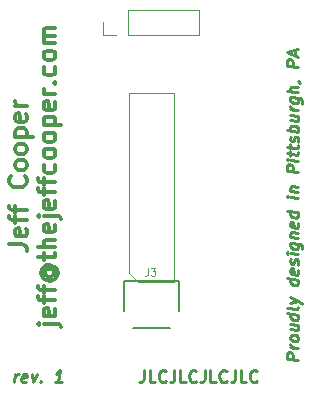
<source format=gbr>
%TF.GenerationSoftware,KiCad,Pcbnew,(5.99.0-8775-g06a515339c)*%
%TF.CreationDate,2021-02-12T19:43:07-05:00*%
%TF.ProjectId,backplate,6261636b-706c-4617-9465-2e6b69636164,rev?*%
%TF.SameCoordinates,Original*%
%TF.FileFunction,Legend,Top*%
%TF.FilePolarity,Positive*%
%FSLAX46Y46*%
G04 Gerber Fmt 4.6, Leading zero omitted, Abs format (unit mm)*
G04 Created by KiCad (PCBNEW (5.99.0-8775-g06a515339c)) date 2021-02-12 19:43:07*
%MOMM*%
%LPD*%
G01*
G04 APERTURE LIST*
%ADD10C,0.250000*%
%ADD11C,0.300000*%
%ADD12C,0.015000*%
%ADD13C,0.100000*%
%ADD14C,0.127000*%
%ADD15C,0.120000*%
G04 APERTURE END LIST*
D10*
X35380952Y-57452380D02*
X35380952Y-58166666D01*
X35333333Y-58309523D01*
X35238095Y-58404761D01*
X35095238Y-58452380D01*
X35000000Y-58452380D01*
X36333333Y-58452380D02*
X35857142Y-58452380D01*
X35857142Y-57452380D01*
X37238095Y-58357142D02*
X37190476Y-58404761D01*
X37047619Y-58452380D01*
X36952380Y-58452380D01*
X36809523Y-58404761D01*
X36714285Y-58309523D01*
X36666666Y-58214285D01*
X36619047Y-58023809D01*
X36619047Y-57880952D01*
X36666666Y-57690476D01*
X36714285Y-57595238D01*
X36809523Y-57500000D01*
X36952380Y-57452380D01*
X37047619Y-57452380D01*
X37190476Y-57500000D01*
X37238095Y-57547619D01*
X37952380Y-57452380D02*
X37952380Y-58166666D01*
X37904761Y-58309523D01*
X37809523Y-58404761D01*
X37666666Y-58452380D01*
X37571428Y-58452380D01*
X38904761Y-58452380D02*
X38428571Y-58452380D01*
X38428571Y-57452380D01*
X39809523Y-58357142D02*
X39761904Y-58404761D01*
X39619047Y-58452380D01*
X39523809Y-58452380D01*
X39380952Y-58404761D01*
X39285714Y-58309523D01*
X39238095Y-58214285D01*
X39190476Y-58023809D01*
X39190476Y-57880952D01*
X39238095Y-57690476D01*
X39285714Y-57595238D01*
X39380952Y-57500000D01*
X39523809Y-57452380D01*
X39619047Y-57452380D01*
X39761904Y-57500000D01*
X39809523Y-57547619D01*
X40523809Y-57452380D02*
X40523809Y-58166666D01*
X40476190Y-58309523D01*
X40380952Y-58404761D01*
X40238095Y-58452380D01*
X40142857Y-58452380D01*
X41476190Y-58452380D02*
X41000000Y-58452380D01*
X41000000Y-57452380D01*
X42380952Y-58357142D02*
X42333333Y-58404761D01*
X42190476Y-58452380D01*
X42095238Y-58452380D01*
X41952380Y-58404761D01*
X41857142Y-58309523D01*
X41809523Y-58214285D01*
X41761904Y-58023809D01*
X41761904Y-57880952D01*
X41809523Y-57690476D01*
X41857142Y-57595238D01*
X41952380Y-57500000D01*
X42095238Y-57452380D01*
X42190476Y-57452380D01*
X42333333Y-57500000D01*
X42380952Y-57547619D01*
X43095238Y-57452380D02*
X43095238Y-58166666D01*
X43047619Y-58309523D01*
X42952380Y-58404761D01*
X42809523Y-58452380D01*
X42714285Y-58452380D01*
X44047619Y-58452380D02*
X43571428Y-58452380D01*
X43571428Y-57452380D01*
X44952380Y-58357142D02*
X44904761Y-58404761D01*
X44761904Y-58452380D01*
X44666666Y-58452380D01*
X44523809Y-58404761D01*
X44428571Y-58309523D01*
X44380952Y-58214285D01*
X44333333Y-58023809D01*
X44333333Y-57880952D01*
X44380952Y-57690476D01*
X44428571Y-57595238D01*
X44523809Y-57500000D01*
X44666666Y-57452380D01*
X44761904Y-57452380D01*
X44904761Y-57500000D01*
X44952380Y-57547619D01*
X24406547Y-58452380D02*
X24489880Y-57785714D01*
X24466071Y-57976190D02*
X24525595Y-57880952D01*
X24579166Y-57833333D01*
X24680357Y-57785714D01*
X24775595Y-57785714D01*
X25412500Y-58404761D02*
X25311309Y-58452380D01*
X25120833Y-58452380D01*
X25031547Y-58404761D01*
X24995833Y-58309523D01*
X25043452Y-57928571D01*
X25102976Y-57833333D01*
X25204166Y-57785714D01*
X25394642Y-57785714D01*
X25483928Y-57833333D01*
X25519642Y-57928571D01*
X25507738Y-58023809D01*
X25019642Y-58119047D01*
X25870833Y-57785714D02*
X26025595Y-58452380D01*
X26347023Y-57785714D01*
X26656547Y-58357142D02*
X26698214Y-58404761D01*
X26644642Y-58452380D01*
X26602976Y-58404761D01*
X26656547Y-58357142D01*
X26644642Y-58452380D01*
X28406547Y-58452380D02*
X27835119Y-58452380D01*
X28120833Y-58452380D02*
X28245833Y-57452380D01*
X28132738Y-57595238D01*
X28025595Y-57690476D01*
X27924404Y-57738095D01*
X48452380Y-56593452D02*
X47452380Y-56468452D01*
X47452380Y-56087500D01*
X47500000Y-55998214D01*
X47547619Y-55956547D01*
X47642857Y-55920833D01*
X47785714Y-55938690D01*
X47880952Y-55998214D01*
X47928571Y-56051785D01*
X47976190Y-56152976D01*
X47976190Y-56533928D01*
X48452380Y-55593452D02*
X47785714Y-55510119D01*
X47976190Y-55533928D02*
X47880952Y-55474404D01*
X47833333Y-55420833D01*
X47785714Y-55319642D01*
X47785714Y-55224404D01*
X48452380Y-54831547D02*
X48404761Y-54920833D01*
X48357142Y-54962500D01*
X48261904Y-54998214D01*
X47976190Y-54962500D01*
X47880952Y-54902976D01*
X47833333Y-54849404D01*
X47785714Y-54748214D01*
X47785714Y-54605357D01*
X47833333Y-54516071D01*
X47880952Y-54474404D01*
X47976190Y-54438690D01*
X48261904Y-54474404D01*
X48357142Y-54533928D01*
X48404761Y-54587500D01*
X48452380Y-54688690D01*
X48452380Y-54831547D01*
X47785714Y-53557738D02*
X48452380Y-53641071D01*
X47785714Y-53986309D02*
X48309523Y-54051785D01*
X48404761Y-54016071D01*
X48452380Y-53926785D01*
X48452380Y-53783928D01*
X48404761Y-53682738D01*
X48357142Y-53629166D01*
X48452380Y-52736309D02*
X47452380Y-52611309D01*
X48404761Y-52730357D02*
X48452380Y-52831547D01*
X48452380Y-53022023D01*
X48404761Y-53111309D01*
X48357142Y-53152976D01*
X48261904Y-53188690D01*
X47976190Y-53152976D01*
X47880952Y-53093452D01*
X47833333Y-53039880D01*
X47785714Y-52938690D01*
X47785714Y-52748214D01*
X47833333Y-52658928D01*
X48452380Y-52117261D02*
X48404761Y-52206547D01*
X48309523Y-52242261D01*
X47452380Y-52135119D01*
X47785714Y-51748214D02*
X48452380Y-51593452D01*
X47785714Y-51272023D02*
X48452380Y-51593452D01*
X48690476Y-51718452D01*
X48738095Y-51772023D01*
X48785714Y-51873214D01*
X48452380Y-49783928D02*
X47452380Y-49658928D01*
X48404761Y-49777976D02*
X48452380Y-49879166D01*
X48452380Y-50069642D01*
X48404761Y-50158928D01*
X48357142Y-50200595D01*
X48261904Y-50236309D01*
X47976190Y-50200595D01*
X47880952Y-50141071D01*
X47833333Y-50087500D01*
X47785714Y-49986309D01*
X47785714Y-49795833D01*
X47833333Y-49706547D01*
X48404761Y-48920833D02*
X48452380Y-49022023D01*
X48452380Y-49212500D01*
X48404761Y-49301785D01*
X48309523Y-49337500D01*
X47928571Y-49289880D01*
X47833333Y-49230357D01*
X47785714Y-49129166D01*
X47785714Y-48938690D01*
X47833333Y-48849404D01*
X47928571Y-48813690D01*
X48023809Y-48825595D01*
X48119047Y-49313690D01*
X48404761Y-48492261D02*
X48452380Y-48402976D01*
X48452380Y-48212500D01*
X48404761Y-48111309D01*
X48309523Y-48051785D01*
X48261904Y-48045833D01*
X48166666Y-48081547D01*
X48119047Y-48170833D01*
X48119047Y-48313690D01*
X48071428Y-48402976D01*
X47976190Y-48438690D01*
X47928571Y-48432738D01*
X47833333Y-48373214D01*
X47785714Y-48272023D01*
X47785714Y-48129166D01*
X47833333Y-48039880D01*
X48452380Y-47641071D02*
X47785714Y-47557738D01*
X47452380Y-47516071D02*
X47500000Y-47569642D01*
X47547619Y-47527976D01*
X47500000Y-47474404D01*
X47452380Y-47516071D01*
X47547619Y-47527976D01*
X47785714Y-46652976D02*
X48595238Y-46754166D01*
X48690476Y-46813690D01*
X48738095Y-46867261D01*
X48785714Y-46968452D01*
X48785714Y-47111309D01*
X48738095Y-47200595D01*
X48404761Y-46730357D02*
X48452380Y-46831547D01*
X48452380Y-47022023D01*
X48404761Y-47111309D01*
X48357142Y-47152976D01*
X48261904Y-47188690D01*
X47976190Y-47152976D01*
X47880952Y-47093452D01*
X47833333Y-47039880D01*
X47785714Y-46938690D01*
X47785714Y-46748214D01*
X47833333Y-46658928D01*
X47785714Y-46176785D02*
X48452380Y-46260119D01*
X47880952Y-46188690D02*
X47833333Y-46135119D01*
X47785714Y-46033928D01*
X47785714Y-45891071D01*
X47833333Y-45801785D01*
X47928571Y-45766071D01*
X48452380Y-45831547D01*
X48404761Y-44968452D02*
X48452380Y-45069642D01*
X48452380Y-45260119D01*
X48404761Y-45349404D01*
X48309523Y-45385119D01*
X47928571Y-45337500D01*
X47833333Y-45277976D01*
X47785714Y-45176785D01*
X47785714Y-44986309D01*
X47833333Y-44897023D01*
X47928571Y-44861309D01*
X48023809Y-44873214D01*
X48119047Y-45361309D01*
X48452380Y-44069642D02*
X47452380Y-43944642D01*
X48404761Y-44063690D02*
X48452380Y-44164880D01*
X48452380Y-44355357D01*
X48404761Y-44444642D01*
X48357142Y-44486309D01*
X48261904Y-44522023D01*
X47976190Y-44486309D01*
X47880952Y-44426785D01*
X47833333Y-44373214D01*
X47785714Y-44272023D01*
X47785714Y-44081547D01*
X47833333Y-43992261D01*
X48452380Y-42831547D02*
X47785714Y-42748214D01*
X47452380Y-42706547D02*
X47500000Y-42760119D01*
X47547619Y-42718452D01*
X47500000Y-42664880D01*
X47452380Y-42706547D01*
X47547619Y-42718452D01*
X47785714Y-42272023D02*
X48452380Y-42355357D01*
X47880952Y-42283928D02*
X47833333Y-42230357D01*
X47785714Y-42129166D01*
X47785714Y-41986309D01*
X47833333Y-41897023D01*
X47928571Y-41861309D01*
X48452380Y-41926785D01*
X48452380Y-40688690D02*
X47452380Y-40563690D01*
X47452380Y-40182738D01*
X47500000Y-40093452D01*
X47547619Y-40051785D01*
X47642857Y-40016071D01*
X47785714Y-40033928D01*
X47880952Y-40093452D01*
X47928571Y-40147023D01*
X47976190Y-40248214D01*
X47976190Y-40629166D01*
X48452380Y-39688690D02*
X47785714Y-39605357D01*
X47452380Y-39563690D02*
X47500000Y-39617261D01*
X47547619Y-39575595D01*
X47500000Y-39522023D01*
X47452380Y-39563690D01*
X47547619Y-39575595D01*
X47785714Y-39272023D02*
X47785714Y-38891071D01*
X47452380Y-39087500D02*
X48309523Y-39194642D01*
X48404761Y-39158928D01*
X48452380Y-39069642D01*
X48452380Y-38974404D01*
X47785714Y-38700595D02*
X47785714Y-38319642D01*
X47452380Y-38516071D02*
X48309523Y-38623214D01*
X48404761Y-38587500D01*
X48452380Y-38498214D01*
X48452380Y-38402976D01*
X48404761Y-38111309D02*
X48452380Y-38022023D01*
X48452380Y-37831547D01*
X48404761Y-37730357D01*
X48309523Y-37670833D01*
X48261904Y-37664880D01*
X48166666Y-37700595D01*
X48119047Y-37789880D01*
X48119047Y-37932738D01*
X48071428Y-38022023D01*
X47976190Y-38057738D01*
X47928571Y-38051785D01*
X47833333Y-37992261D01*
X47785714Y-37891071D01*
X47785714Y-37748214D01*
X47833333Y-37658928D01*
X48452380Y-37260119D02*
X47452380Y-37135119D01*
X47833333Y-37182738D02*
X47785714Y-37081547D01*
X47785714Y-36891071D01*
X47833333Y-36801785D01*
X47880952Y-36760119D01*
X47976190Y-36724404D01*
X48261904Y-36760119D01*
X48357142Y-36819642D01*
X48404761Y-36873214D01*
X48452380Y-36974404D01*
X48452380Y-37164880D01*
X48404761Y-37254166D01*
X47785714Y-35843452D02*
X48452380Y-35926785D01*
X47785714Y-36272023D02*
X48309523Y-36337500D01*
X48404761Y-36301785D01*
X48452380Y-36212500D01*
X48452380Y-36069642D01*
X48404761Y-35968452D01*
X48357142Y-35914880D01*
X48452380Y-35450595D02*
X47785714Y-35367261D01*
X47976190Y-35391071D02*
X47880952Y-35331547D01*
X47833333Y-35277976D01*
X47785714Y-35176785D01*
X47785714Y-35081547D01*
X47785714Y-34319642D02*
X48595238Y-34420833D01*
X48690476Y-34480357D01*
X48738095Y-34533928D01*
X48785714Y-34635119D01*
X48785714Y-34777976D01*
X48738095Y-34867261D01*
X48404761Y-34397023D02*
X48452380Y-34498214D01*
X48452380Y-34688690D01*
X48404761Y-34777976D01*
X48357142Y-34819642D01*
X48261904Y-34855357D01*
X47976190Y-34819642D01*
X47880952Y-34760119D01*
X47833333Y-34706547D01*
X47785714Y-34605357D01*
X47785714Y-34414880D01*
X47833333Y-34325595D01*
X48452380Y-33926785D02*
X47452380Y-33801785D01*
X48452380Y-33498214D02*
X47928571Y-33432738D01*
X47833333Y-33468452D01*
X47785714Y-33557738D01*
X47785714Y-33700595D01*
X47833333Y-33801785D01*
X47880952Y-33855357D01*
X48404761Y-32968452D02*
X48452380Y-32974404D01*
X48547619Y-33033928D01*
X48595238Y-33087500D01*
X48452380Y-31783928D02*
X47452380Y-31658928D01*
X47452380Y-31277976D01*
X47500000Y-31188690D01*
X47547619Y-31147023D01*
X47642857Y-31111309D01*
X47785714Y-31129166D01*
X47880952Y-31188690D01*
X47928571Y-31242261D01*
X47976190Y-31343452D01*
X47976190Y-31724404D01*
X48166666Y-30795833D02*
X48166666Y-30319642D01*
X48452380Y-30926785D02*
X47452380Y-30468452D01*
X48452380Y-30260119D01*
D11*
X23971071Y-46750000D02*
X25042500Y-46750000D01*
X25256785Y-46821428D01*
X25399642Y-46964285D01*
X25471071Y-47178571D01*
X25471071Y-47321428D01*
X25399642Y-45464285D02*
X25471071Y-45607142D01*
X25471071Y-45892857D01*
X25399642Y-46035714D01*
X25256785Y-46107142D01*
X24685357Y-46107142D01*
X24542500Y-46035714D01*
X24471071Y-45892857D01*
X24471071Y-45607142D01*
X24542500Y-45464285D01*
X24685357Y-45392857D01*
X24828214Y-45392857D01*
X24971071Y-46107142D01*
X24471071Y-44964285D02*
X24471071Y-44392857D01*
X25471071Y-44750000D02*
X24185357Y-44750000D01*
X24042500Y-44678571D01*
X23971071Y-44535714D01*
X23971071Y-44392857D01*
X24471071Y-44107142D02*
X24471071Y-43535714D01*
X25471071Y-43892857D02*
X24185357Y-43892857D01*
X24042500Y-43821428D01*
X23971071Y-43678571D01*
X23971071Y-43535714D01*
X25328214Y-41035714D02*
X25399642Y-41107142D01*
X25471071Y-41321428D01*
X25471071Y-41464285D01*
X25399642Y-41678571D01*
X25256785Y-41821428D01*
X25113928Y-41892857D01*
X24828214Y-41964285D01*
X24613928Y-41964285D01*
X24328214Y-41892857D01*
X24185357Y-41821428D01*
X24042500Y-41678571D01*
X23971071Y-41464285D01*
X23971071Y-41321428D01*
X24042500Y-41107142D01*
X24113928Y-41035714D01*
X25471071Y-40178571D02*
X25399642Y-40321428D01*
X25328214Y-40392857D01*
X25185357Y-40464285D01*
X24756785Y-40464285D01*
X24613928Y-40392857D01*
X24542500Y-40321428D01*
X24471071Y-40178571D01*
X24471071Y-39964285D01*
X24542500Y-39821428D01*
X24613928Y-39750000D01*
X24756785Y-39678571D01*
X25185357Y-39678571D01*
X25328214Y-39750000D01*
X25399642Y-39821428D01*
X25471071Y-39964285D01*
X25471071Y-40178571D01*
X25471071Y-38821428D02*
X25399642Y-38964285D01*
X25328214Y-39035714D01*
X25185357Y-39107142D01*
X24756785Y-39107142D01*
X24613928Y-39035714D01*
X24542500Y-38964285D01*
X24471071Y-38821428D01*
X24471071Y-38607142D01*
X24542500Y-38464285D01*
X24613928Y-38392857D01*
X24756785Y-38321428D01*
X25185357Y-38321428D01*
X25328214Y-38392857D01*
X25399642Y-38464285D01*
X25471071Y-38607142D01*
X25471071Y-38821428D01*
X24471071Y-37678571D02*
X25971071Y-37678571D01*
X24542500Y-37678571D02*
X24471071Y-37535714D01*
X24471071Y-37250000D01*
X24542500Y-37107142D01*
X24613928Y-37035714D01*
X24756785Y-36964285D01*
X25185357Y-36964285D01*
X25328214Y-37035714D01*
X25399642Y-37107142D01*
X25471071Y-37250000D01*
X25471071Y-37535714D01*
X25399642Y-37678571D01*
X25399642Y-35750000D02*
X25471071Y-35892857D01*
X25471071Y-36178571D01*
X25399642Y-36321428D01*
X25256785Y-36392857D01*
X24685357Y-36392857D01*
X24542500Y-36321428D01*
X24471071Y-36178571D01*
X24471071Y-35892857D01*
X24542500Y-35750000D01*
X24685357Y-35678571D01*
X24828214Y-35678571D01*
X24971071Y-36392857D01*
X25471071Y-35035714D02*
X24471071Y-35035714D01*
X24756785Y-35035714D02*
X24613928Y-34964285D01*
X24542500Y-34892857D01*
X24471071Y-34750000D01*
X24471071Y-34607142D01*
X26886071Y-53535714D02*
X28171785Y-53535714D01*
X28314642Y-53607142D01*
X28386071Y-53750000D01*
X28386071Y-53821428D01*
X26386071Y-53535714D02*
X26457500Y-53607142D01*
X26528928Y-53535714D01*
X26457500Y-53464285D01*
X26386071Y-53535714D01*
X26528928Y-53535714D01*
X27814642Y-52250000D02*
X27886071Y-52392857D01*
X27886071Y-52678571D01*
X27814642Y-52821428D01*
X27671785Y-52892857D01*
X27100357Y-52892857D01*
X26957500Y-52821428D01*
X26886071Y-52678571D01*
X26886071Y-52392857D01*
X26957500Y-52250000D01*
X27100357Y-52178571D01*
X27243214Y-52178571D01*
X27386071Y-52892857D01*
X26886071Y-51750000D02*
X26886071Y-51178571D01*
X27886071Y-51535714D02*
X26600357Y-51535714D01*
X26457500Y-51464285D01*
X26386071Y-51321428D01*
X26386071Y-51178571D01*
X26886071Y-50892857D02*
X26886071Y-50321428D01*
X27886071Y-50678571D02*
X26600357Y-50678571D01*
X26457500Y-50607142D01*
X26386071Y-50464285D01*
X26386071Y-50321428D01*
X27171785Y-48892857D02*
X27100357Y-48964285D01*
X27028928Y-49107142D01*
X27028928Y-49250000D01*
X27100357Y-49392857D01*
X27171785Y-49464285D01*
X27314642Y-49535714D01*
X27457500Y-49535714D01*
X27600357Y-49464285D01*
X27671785Y-49392857D01*
X27743214Y-49250000D01*
X27743214Y-49107142D01*
X27671785Y-48964285D01*
X27600357Y-48892857D01*
X27028928Y-48892857D02*
X27600357Y-48892857D01*
X27671785Y-48821428D01*
X27671785Y-48750000D01*
X27600357Y-48607142D01*
X27457500Y-48535714D01*
X27100357Y-48535714D01*
X26886071Y-48678571D01*
X26743214Y-48892857D01*
X26671785Y-49178571D01*
X26743214Y-49464285D01*
X26886071Y-49678571D01*
X27100357Y-49821428D01*
X27386071Y-49892857D01*
X27671785Y-49821428D01*
X27886071Y-49678571D01*
X28028928Y-49464285D01*
X28100357Y-49178571D01*
X28028928Y-48892857D01*
X27886071Y-48678571D01*
X26886071Y-48107142D02*
X26886071Y-47535714D01*
X26386071Y-47892857D02*
X27671785Y-47892857D01*
X27814642Y-47821428D01*
X27886071Y-47678571D01*
X27886071Y-47535714D01*
X27886071Y-47035714D02*
X26386071Y-47035714D01*
X27886071Y-46392857D02*
X27100357Y-46392857D01*
X26957500Y-46464285D01*
X26886071Y-46607142D01*
X26886071Y-46821428D01*
X26957500Y-46964285D01*
X27028928Y-47035714D01*
X27814642Y-45107142D02*
X27886071Y-45250000D01*
X27886071Y-45535714D01*
X27814642Y-45678571D01*
X27671785Y-45750000D01*
X27100357Y-45750000D01*
X26957500Y-45678571D01*
X26886071Y-45535714D01*
X26886071Y-45250000D01*
X26957500Y-45107142D01*
X27100357Y-45035714D01*
X27243214Y-45035714D01*
X27386071Y-45750000D01*
X26886071Y-44392857D02*
X28171785Y-44392857D01*
X28314642Y-44464285D01*
X28386071Y-44607142D01*
X28386071Y-44678571D01*
X26386071Y-44392857D02*
X26457500Y-44464285D01*
X26528928Y-44392857D01*
X26457500Y-44321428D01*
X26386071Y-44392857D01*
X26528928Y-44392857D01*
X27814642Y-43107142D02*
X27886071Y-43250000D01*
X27886071Y-43535714D01*
X27814642Y-43678571D01*
X27671785Y-43750000D01*
X27100357Y-43750000D01*
X26957500Y-43678571D01*
X26886071Y-43535714D01*
X26886071Y-43250000D01*
X26957500Y-43107142D01*
X27100357Y-43035714D01*
X27243214Y-43035714D01*
X27386071Y-43750000D01*
X26886071Y-42607142D02*
X26886071Y-42035714D01*
X27886071Y-42392857D02*
X26600357Y-42392857D01*
X26457500Y-42321428D01*
X26386071Y-42178571D01*
X26386071Y-42035714D01*
X26886071Y-41750000D02*
X26886071Y-41178571D01*
X27886071Y-41535714D02*
X26600357Y-41535714D01*
X26457500Y-41464285D01*
X26386071Y-41321428D01*
X26386071Y-41178571D01*
X27814642Y-40035714D02*
X27886071Y-40178571D01*
X27886071Y-40464285D01*
X27814642Y-40607142D01*
X27743214Y-40678571D01*
X27600357Y-40750000D01*
X27171785Y-40750000D01*
X27028928Y-40678571D01*
X26957500Y-40607142D01*
X26886071Y-40464285D01*
X26886071Y-40178571D01*
X26957500Y-40035714D01*
X27886071Y-39178571D02*
X27814642Y-39321428D01*
X27743214Y-39392857D01*
X27600357Y-39464285D01*
X27171785Y-39464285D01*
X27028928Y-39392857D01*
X26957500Y-39321428D01*
X26886071Y-39178571D01*
X26886071Y-38964285D01*
X26957500Y-38821428D01*
X27028928Y-38750000D01*
X27171785Y-38678571D01*
X27600357Y-38678571D01*
X27743214Y-38750000D01*
X27814642Y-38821428D01*
X27886071Y-38964285D01*
X27886071Y-39178571D01*
X27886071Y-37821428D02*
X27814642Y-37964285D01*
X27743214Y-38035714D01*
X27600357Y-38107142D01*
X27171785Y-38107142D01*
X27028928Y-38035714D01*
X26957500Y-37964285D01*
X26886071Y-37821428D01*
X26886071Y-37607142D01*
X26957500Y-37464285D01*
X27028928Y-37392857D01*
X27171785Y-37321428D01*
X27600357Y-37321428D01*
X27743214Y-37392857D01*
X27814642Y-37464285D01*
X27886071Y-37607142D01*
X27886071Y-37821428D01*
X26886071Y-36678571D02*
X28386071Y-36678571D01*
X26957500Y-36678571D02*
X26886071Y-36535714D01*
X26886071Y-36250000D01*
X26957500Y-36107142D01*
X27028928Y-36035714D01*
X27171785Y-35964285D01*
X27600357Y-35964285D01*
X27743214Y-36035714D01*
X27814642Y-36107142D01*
X27886071Y-36250000D01*
X27886071Y-36535714D01*
X27814642Y-36678571D01*
X27814642Y-34750000D02*
X27886071Y-34892857D01*
X27886071Y-35178571D01*
X27814642Y-35321428D01*
X27671785Y-35392857D01*
X27100357Y-35392857D01*
X26957500Y-35321428D01*
X26886071Y-35178571D01*
X26886071Y-34892857D01*
X26957500Y-34750000D01*
X27100357Y-34678571D01*
X27243214Y-34678571D01*
X27386071Y-35392857D01*
X27886071Y-34035714D02*
X26886071Y-34035714D01*
X27171785Y-34035714D02*
X27028928Y-33964285D01*
X26957500Y-33892857D01*
X26886071Y-33750000D01*
X26886071Y-33607142D01*
X27743214Y-33107142D02*
X27814642Y-33035714D01*
X27886071Y-33107142D01*
X27814642Y-33178571D01*
X27743214Y-33107142D01*
X27886071Y-33107142D01*
X27814642Y-31750000D02*
X27886071Y-31892857D01*
X27886071Y-32178571D01*
X27814642Y-32321428D01*
X27743214Y-32392857D01*
X27600357Y-32464285D01*
X27171785Y-32464285D01*
X27028928Y-32392857D01*
X26957500Y-32321428D01*
X26886071Y-32178571D01*
X26886071Y-31892857D01*
X26957500Y-31750000D01*
X27886071Y-30892857D02*
X27814642Y-31035714D01*
X27743214Y-31107142D01*
X27600357Y-31178571D01*
X27171785Y-31178571D01*
X27028928Y-31107142D01*
X26957500Y-31035714D01*
X26886071Y-30892857D01*
X26886071Y-30678571D01*
X26957500Y-30535714D01*
X27028928Y-30464285D01*
X27171785Y-30392857D01*
X27600357Y-30392857D01*
X27743214Y-30464285D01*
X27814642Y-30535714D01*
X27886071Y-30678571D01*
X27886071Y-30892857D01*
X27886071Y-29750000D02*
X26886071Y-29750000D01*
X27028928Y-29750000D02*
X26957500Y-29678571D01*
X26886071Y-29535714D01*
X26886071Y-29321428D01*
X26957500Y-29178571D01*
X27100357Y-29107142D01*
X27886071Y-29107142D01*
X27100357Y-29107142D02*
X26957500Y-29035714D01*
X26886071Y-28892857D01*
X26886071Y-28678571D01*
X26957500Y-28535714D01*
X27100357Y-28464285D01*
X27886071Y-28464285D01*
D12*
%TO.C,J3*%
X35718666Y-48793123D02*
X35718666Y-49250266D01*
X35688190Y-49341695D01*
X35627238Y-49402647D01*
X35535809Y-49433123D01*
X35474857Y-49433123D01*
X35962476Y-48793123D02*
X36358666Y-48793123D01*
X36145333Y-49036933D01*
X36236761Y-49036933D01*
X36297714Y-49067409D01*
X36328190Y-49097885D01*
X36358666Y-49158838D01*
X36358666Y-49311219D01*
X36328190Y-49372171D01*
X36297714Y-49402647D01*
X36236761Y-49433123D01*
X36053904Y-49433123D01*
X35992952Y-49402647D01*
X35962476Y-49372171D01*
D13*
X34450000Y-49450000D02*
G75*
G03*
X34450000Y-49450000I-50000J0D01*
G01*
D14*
X34430000Y-53900000D02*
X37570000Y-53900000D01*
X33650000Y-49900000D02*
X33650000Y-52430000D01*
X38350000Y-49900000D02*
X38350000Y-52430000D01*
X33650000Y-49900000D02*
X38350000Y-49900000D01*
D15*
%TO.C,J1*%
X34900000Y-50000000D02*
X34100000Y-49200000D01*
X34100000Y-49200000D02*
X34100000Y-34000000D01*
X37900000Y-34000000D02*
X37900000Y-50000000D01*
X34100000Y-34000000D02*
X37900000Y-34000000D01*
X37900000Y-50000000D02*
X34900000Y-50000000D01*
%TO.C,J2*%
X31940000Y-29060000D02*
X31940000Y-28000000D01*
X33000000Y-29060000D02*
X31940000Y-29060000D01*
X34000000Y-29060000D02*
X34000000Y-26940000D01*
X34000000Y-26940000D02*
X40060000Y-26940000D01*
X34000000Y-29060000D02*
X40060000Y-29060000D01*
X40060000Y-29060000D02*
X40060000Y-26940000D01*
%TD*%
M02*

</source>
